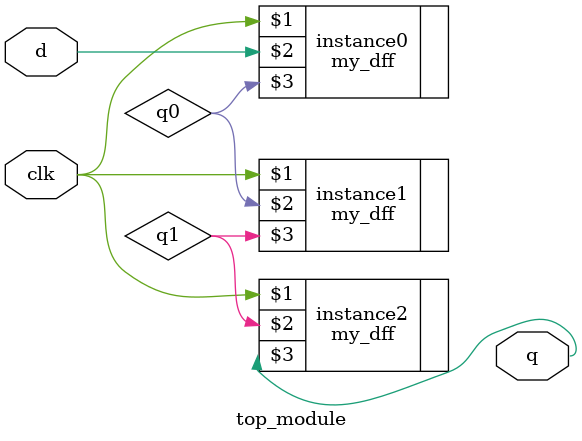
<source format=v>
module top_module ( input clk, input d, output q );
    wire q0,q1;
    my_dff instance0(clk,d,q0);
    my_dff instance1(clk,q0,q1);
    my_dff instance2(clk,q1,q);
endmodule

</source>
